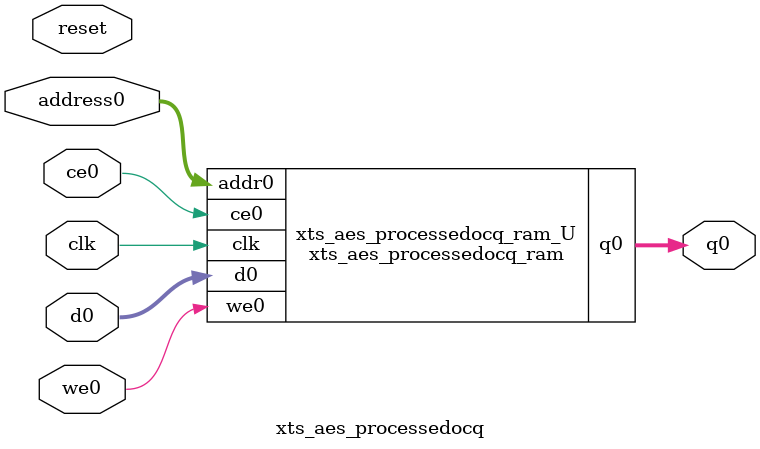
<source format=v>
`timescale 1 ns / 1 ps
module xts_aes_processedocq_ram (addr0, ce0, d0, we0, q0,  clk);

parameter DWIDTH = 16;
parameter AWIDTH = 10;
parameter MEM_SIZE = 1024;

input[AWIDTH-1:0] addr0;
input ce0;
input[DWIDTH-1:0] d0;
input we0;
output reg[DWIDTH-1:0] q0;
input clk;

(* ram_style = "block" *)reg [DWIDTH-1:0] ram[0:MEM_SIZE-1];




always @(posedge clk)  
begin 
    if (ce0) 
    begin
        if (we0) 
        begin 
            ram[addr0] <= d0; 
        end 
        q0 <= ram[addr0];
    end
end


endmodule

`timescale 1 ns / 1 ps
module xts_aes_processedocq(
    reset,
    clk,
    address0,
    ce0,
    we0,
    d0,
    q0);

parameter DataWidth = 32'd16;
parameter AddressRange = 32'd1024;
parameter AddressWidth = 32'd10;
input reset;
input clk;
input[AddressWidth - 1:0] address0;
input ce0;
input we0;
input[DataWidth - 1:0] d0;
output[DataWidth - 1:0] q0;



xts_aes_processedocq_ram xts_aes_processedocq_ram_U(
    .clk( clk ),
    .addr0( address0 ),
    .ce0( ce0 ),
    .we0( we0 ),
    .d0( d0 ),
    .q0( q0 ));

endmodule


</source>
